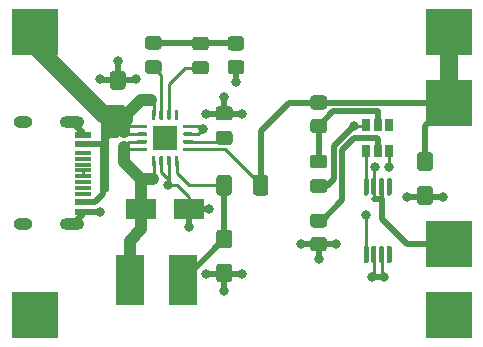
<source format=gbr>
%TF.GenerationSoftware,KiCad,Pcbnew,5.1.12-84ad8e8a86~92~ubuntu20.04.1*%
%TF.CreationDate,2023-02-19T01:27:16+01:00*%
%TF.ProjectId,tp5000_lifepo4_charger,74703530-3030-45f6-9c69-6665706f345f,rev?*%
%TF.SameCoordinates,Original*%
%TF.FileFunction,Copper,L1,Top*%
%TF.FilePolarity,Positive*%
%FSLAX46Y46*%
G04 Gerber Fmt 4.6, Leading zero omitted, Abs format (unit mm)*
G04 Created by KiCad (PCBNEW 5.1.12-84ad8e8a86~92~ubuntu20.04.1) date 2023-02-19 01:27:16*
%MOMM*%
%LPD*%
G01*
G04 APERTURE LIST*
%TA.AperFunction,SMDPad,CuDef*%
%ADD10R,2.500000X1.800000*%
%TD*%
%TA.AperFunction,ComponentPad*%
%ADD11R,4.000000X4.000000*%
%TD*%
%TA.AperFunction,SMDPad,CuDef*%
%ADD12R,2.400000X4.200000*%
%TD*%
%TA.AperFunction,ComponentPad*%
%ADD13O,1.600000X1.000000*%
%TD*%
%TA.AperFunction,ComponentPad*%
%ADD14O,2.100000X1.000000*%
%TD*%
%TA.AperFunction,SMDPad,CuDef*%
%ADD15R,1.450000X0.300000*%
%TD*%
%TA.AperFunction,SMDPad,CuDef*%
%ADD16R,1.450000X0.600000*%
%TD*%
%TA.AperFunction,SMDPad,CuDef*%
%ADD17R,2.100000X2.100000*%
%TD*%
%TA.AperFunction,SMDPad,CuDef*%
%ADD18R,0.650000X1.060000*%
%TD*%
%TA.AperFunction,ViaPad*%
%ADD19C,0.800000*%
%TD*%
%TA.AperFunction,Conductor*%
%ADD20C,1.500000*%
%TD*%
%TA.AperFunction,Conductor*%
%ADD21C,0.500000*%
%TD*%
%TA.AperFunction,Conductor*%
%ADD22C,1.000000*%
%TD*%
%TA.AperFunction,Conductor*%
%ADD23C,0.250000*%
%TD*%
%TA.AperFunction,Conductor*%
%ADD24C,0.254000*%
%TD*%
%TA.AperFunction,Conductor*%
%ADD25C,0.100000*%
%TD*%
G04 APERTURE END LIST*
%TO.P,C1,1*%
%TO.N,VIN*%
%TA.AperFunction,SMDPad,CuDef*%
G36*
G01*
X93425001Y-117787500D02*
X92574999Y-117787500D01*
G75*
G02*
X92325000Y-117537501I0J249999D01*
G01*
X92325000Y-116462499D01*
G75*
G02*
X92574999Y-116212500I249999J0D01*
G01*
X93425001Y-116212500D01*
G75*
G02*
X93675000Y-116462499I0J-249999D01*
G01*
X93675000Y-117537501D01*
G75*
G02*
X93425001Y-117787500I-249999J0D01*
G01*
G37*
%TD.AperFunction*%
%TO.P,C1,2*%
%TO.N,GND*%
%TA.AperFunction,SMDPad,CuDef*%
G36*
G01*
X93425001Y-114912500D02*
X92574999Y-114912500D01*
G75*
G02*
X92325000Y-114662501I0J249999D01*
G01*
X92325000Y-113587499D01*
G75*
G02*
X92574999Y-113337500I249999J0D01*
G01*
X93425001Y-113337500D01*
G75*
G02*
X93675000Y-113587499I0J-249999D01*
G01*
X93675000Y-114662501D01*
G75*
G02*
X93425001Y-114912500I-249999J0D01*
G01*
G37*
%TD.AperFunction*%
%TD*%
%TO.P,C2,1*%
%TO.N,Net-(C2-Pad1)*%
%TA.AperFunction,SMDPad,CuDef*%
G36*
G01*
X102475000Y-119587500D02*
X101525000Y-119587500D01*
G75*
G02*
X101275000Y-119337500I0J250000D01*
G01*
X101275000Y-118662500D01*
G75*
G02*
X101525000Y-118412500I250000J0D01*
G01*
X102475000Y-118412500D01*
G75*
G02*
X102725000Y-118662500I0J-250000D01*
G01*
X102725000Y-119337500D01*
G75*
G02*
X102475000Y-119587500I-250000J0D01*
G01*
G37*
%TD.AperFunction*%
%TO.P,C2,2*%
%TO.N,GND*%
%TA.AperFunction,SMDPad,CuDef*%
G36*
G01*
X102475000Y-117512500D02*
X101525000Y-117512500D01*
G75*
G02*
X101275000Y-117262500I0J250000D01*
G01*
X101275000Y-116587500D01*
G75*
G02*
X101525000Y-116337500I250000J0D01*
G01*
X102475000Y-116337500D01*
G75*
G02*
X102725000Y-116587500I0J-250000D01*
G01*
X102725000Y-117262500D01*
G75*
G02*
X102475000Y-117512500I-250000J0D01*
G01*
G37*
%TD.AperFunction*%
%TD*%
%TO.P,C3,2*%
%TO.N,GND*%
%TA.AperFunction,SMDPad,CuDef*%
G36*
G01*
X101574999Y-129650000D02*
X102425001Y-129650000D01*
G75*
G02*
X102675000Y-129899999I0J-249999D01*
G01*
X102675000Y-130975001D01*
G75*
G02*
X102425001Y-131225000I-249999J0D01*
G01*
X101574999Y-131225000D01*
G75*
G02*
X101325000Y-130975001I0J249999D01*
G01*
X101325000Y-129899999D01*
G75*
G02*
X101574999Y-129650000I249999J0D01*
G01*
G37*
%TD.AperFunction*%
%TO.P,C3,1*%
%TO.N,Net-(C3-Pad1)*%
%TA.AperFunction,SMDPad,CuDef*%
G36*
G01*
X101574999Y-126775000D02*
X102425001Y-126775000D01*
G75*
G02*
X102675000Y-127024999I0J-249999D01*
G01*
X102675000Y-128100001D01*
G75*
G02*
X102425001Y-128350000I-249999J0D01*
G01*
X101574999Y-128350000D01*
G75*
G02*
X101325000Y-128100001I0J249999D01*
G01*
X101325000Y-127024999D01*
G75*
G02*
X101574999Y-126775000I249999J0D01*
G01*
G37*
%TD.AperFunction*%
%TD*%
%TO.P,C4,2*%
%TO.N,B-*%
%TA.AperFunction,SMDPad,CuDef*%
G36*
G01*
X109525000Y-122487500D02*
X110475000Y-122487500D01*
G75*
G02*
X110725000Y-122737500I0J-250000D01*
G01*
X110725000Y-123412500D01*
G75*
G02*
X110475000Y-123662500I-250000J0D01*
G01*
X109525000Y-123662500D01*
G75*
G02*
X109275000Y-123412500I0J250000D01*
G01*
X109275000Y-122737500D01*
G75*
G02*
X109525000Y-122487500I250000J0D01*
G01*
G37*
%TD.AperFunction*%
%TO.P,C4,1*%
%TO.N,Net-(C4-Pad1)*%
%TA.AperFunction,SMDPad,CuDef*%
G36*
G01*
X109525000Y-120412500D02*
X110475000Y-120412500D01*
G75*
G02*
X110725000Y-120662500I0J-250000D01*
G01*
X110725000Y-121337500D01*
G75*
G02*
X110475000Y-121587500I-250000J0D01*
G01*
X109525000Y-121587500D01*
G75*
G02*
X109275000Y-121337500I0J250000D01*
G01*
X109275000Y-120662500D01*
G75*
G02*
X109525000Y-120412500I250000J0D01*
G01*
G37*
%TD.AperFunction*%
%TD*%
%TO.P,C5,1*%
%TO.N,B+*%
%TA.AperFunction,SMDPad,CuDef*%
G36*
G01*
X118574999Y-120212500D02*
X119425001Y-120212500D01*
G75*
G02*
X119675000Y-120462499I0J-249999D01*
G01*
X119675000Y-121537501D01*
G75*
G02*
X119425001Y-121787500I-249999J0D01*
G01*
X118574999Y-121787500D01*
G75*
G02*
X118325000Y-121537501I0J249999D01*
G01*
X118325000Y-120462499D01*
G75*
G02*
X118574999Y-120212500I249999J0D01*
G01*
G37*
%TD.AperFunction*%
%TO.P,C5,2*%
%TO.N,GND*%
%TA.AperFunction,SMDPad,CuDef*%
G36*
G01*
X118574999Y-123087500D02*
X119425001Y-123087500D01*
G75*
G02*
X119675000Y-123337499I0J-249999D01*
G01*
X119675000Y-124412501D01*
G75*
G02*
X119425001Y-124662500I-249999J0D01*
G01*
X118574999Y-124662500D01*
G75*
G02*
X118325000Y-124412501I0J249999D01*
G01*
X118325000Y-123337499D01*
G75*
G02*
X118574999Y-123087500I249999J0D01*
G01*
G37*
%TD.AperFunction*%
%TD*%
D10*
%TO.P,D1,1*%
%TO.N,Net-(D1-Pad1)*%
X95000000Y-125000000D03*
%TO.P,D1,2*%
%TO.N,GND*%
X99000000Y-125000000D03*
%TD*%
%TO.P,D2,2*%
%TO.N,Net-(D2-Pad2)*%
%TA.AperFunction,SMDPad,CuDef*%
G36*
G01*
X96450001Y-111525000D02*
X95549999Y-111525000D01*
G75*
G02*
X95300000Y-111275001I0J249999D01*
G01*
X95300000Y-110624999D01*
G75*
G02*
X95549999Y-110375000I249999J0D01*
G01*
X96450001Y-110375000D01*
G75*
G02*
X96700000Y-110624999I0J-249999D01*
G01*
X96700000Y-111275001D01*
G75*
G02*
X96450001Y-111525000I-249999J0D01*
G01*
G37*
%TD.AperFunction*%
%TO.P,D2,1*%
%TO.N,Net-(D2-Pad1)*%
%TA.AperFunction,SMDPad,CuDef*%
G36*
G01*
X96450001Y-113575000D02*
X95549999Y-113575000D01*
G75*
G02*
X95300000Y-113325001I0J249999D01*
G01*
X95300000Y-112674999D01*
G75*
G02*
X95549999Y-112425000I249999J0D01*
G01*
X96450001Y-112425000D01*
G75*
G02*
X96700000Y-112674999I0J-249999D01*
G01*
X96700000Y-113325001D01*
G75*
G02*
X96450001Y-113575000I-249999J0D01*
G01*
G37*
%TD.AperFunction*%
%TD*%
%TO.P,D3,1*%
%TO.N,Net-(D3-Pad1)*%
%TA.AperFunction,SMDPad,CuDef*%
G36*
G01*
X100450001Y-113625000D02*
X99549999Y-113625000D01*
G75*
G02*
X99300000Y-113375001I0J249999D01*
G01*
X99300000Y-112724999D01*
G75*
G02*
X99549999Y-112475000I249999J0D01*
G01*
X100450001Y-112475000D01*
G75*
G02*
X100700000Y-112724999I0J-249999D01*
G01*
X100700000Y-113375001D01*
G75*
G02*
X100450001Y-113625000I-249999J0D01*
G01*
G37*
%TD.AperFunction*%
%TO.P,D3,2*%
%TO.N,Net-(D2-Pad2)*%
%TA.AperFunction,SMDPad,CuDef*%
G36*
G01*
X100450001Y-111575000D02*
X99549999Y-111575000D01*
G75*
G02*
X99300000Y-111325001I0J249999D01*
G01*
X99300000Y-110674999D01*
G75*
G02*
X99549999Y-110425000I249999J0D01*
G01*
X100450001Y-110425000D01*
G75*
G02*
X100700000Y-110674999I0J-249999D01*
G01*
X100700000Y-111325001D01*
G75*
G02*
X100450001Y-111575000I-249999J0D01*
G01*
G37*
%TD.AperFunction*%
%TD*%
D11*
%TO.P,J1,1*%
%TO.N,VIN*%
X86000000Y-110000000D03*
%TD*%
%TO.P,J2,1*%
%TO.N,GND*%
X121000000Y-134000000D03*
%TD*%
%TO.P,J3,1*%
%TO.N,B+*%
X121000000Y-110000000D03*
%TD*%
%TO.P,J4,1*%
%TO.N,GND*%
X86000000Y-134000000D03*
%TD*%
%TO.P,J5,1*%
%TO.N,B+*%
X121000000Y-116000000D03*
%TD*%
%TO.P,J6,1*%
%TO.N,B-*%
X121000000Y-128000000D03*
%TD*%
D12*
%TO.P,L1,1*%
%TO.N,Net-(D1-Pad1)*%
X94000000Y-131000000D03*
%TO.P,L1,2*%
%TO.N,Net-(C3-Pad1)*%
X98500000Y-131000000D03*
%TD*%
D13*
%TO.P,P1,S1*%
%TO.N,GND*%
X84950000Y-126320000D03*
X84950000Y-117680000D03*
D14*
X89130000Y-117680000D03*
X89130000Y-126320000D03*
D15*
%TO.P,P1,A6*%
%TO.N,Net-(P1-PadA6)*%
X90045000Y-121750000D03*
%TO.P,P1,B5*%
%TO.N,Net-(P1-PadB5)*%
X90045000Y-123750000D03*
%TO.P,P1,A8*%
%TO.N,N/C*%
X90045000Y-123250000D03*
%TO.P,P1,B6*%
X90045000Y-122750000D03*
%TO.P,P1,A7*%
%TO.N,Net-(P1-PadA6)*%
X90045000Y-122250000D03*
%TO.P,P1,B7*%
%TO.N,N/C*%
X90045000Y-121250000D03*
%TO.P,P1,A5*%
%TO.N,Net-(P1-PadA5)*%
X90045000Y-120750000D03*
%TO.P,P1,B8*%
%TO.N,N/C*%
X90045000Y-120250000D03*
D16*
%TO.P,P1,A12*%
%TO.N,GND*%
X90045000Y-125250000D03*
%TO.P,P1,B4*%
%TO.N,VIN*%
X90045000Y-124450000D03*
%TO.P,P1,A4*%
X90045000Y-119550000D03*
%TO.P,P1,A1*%
%TO.N,GND*%
X90045000Y-118750000D03*
%TO.P,P1,B12*%
X90045000Y-118750000D03*
%TO.P,P1,B9*%
%TO.N,VIN*%
X90045000Y-119550000D03*
%TO.P,P1,A9*%
X90045000Y-124450000D03*
%TO.P,P1,B1*%
%TO.N,GND*%
X90045000Y-125250000D03*
%TD*%
%TO.P,R1,1*%
%TO.N,Net-(C3-Pad1)*%
%TA.AperFunction,SMDPad,CuDef*%
G36*
G01*
X101350000Y-123625000D02*
X101350000Y-122375000D01*
G75*
G02*
X101600000Y-122125000I250000J0D01*
G01*
X102400000Y-122125000D01*
G75*
G02*
X102650000Y-122375000I0J-250000D01*
G01*
X102650000Y-123625000D01*
G75*
G02*
X102400000Y-123875000I-250000J0D01*
G01*
X101600000Y-123875000D01*
G75*
G02*
X101350000Y-123625000I0J250000D01*
G01*
G37*
%TD.AperFunction*%
%TO.P,R1,2*%
%TO.N,B+*%
%TA.AperFunction,SMDPad,CuDef*%
G36*
G01*
X104450000Y-123625000D02*
X104450000Y-122375000D01*
G75*
G02*
X104700000Y-122125000I250000J0D01*
G01*
X105500000Y-122125000D01*
G75*
G02*
X105750000Y-122375000I0J-250000D01*
G01*
X105750000Y-123625000D01*
G75*
G02*
X105500000Y-123875000I-250000J0D01*
G01*
X104700000Y-123875000D01*
G75*
G02*
X104450000Y-123625000I0J250000D01*
G01*
G37*
%TD.AperFunction*%
%TD*%
%TO.P,R2,1*%
%TO.N,Net-(D2-Pad2)*%
%TA.AperFunction,SMDPad,CuDef*%
G36*
G01*
X102549999Y-110400000D02*
X103450001Y-110400000D01*
G75*
G02*
X103700000Y-110649999I0J-249999D01*
G01*
X103700000Y-111350001D01*
G75*
G02*
X103450001Y-111600000I-249999J0D01*
G01*
X102549999Y-111600000D01*
G75*
G02*
X102300000Y-111350001I0J249999D01*
G01*
X102300000Y-110649999D01*
G75*
G02*
X102549999Y-110400000I249999J0D01*
G01*
G37*
%TD.AperFunction*%
%TO.P,R2,2*%
%TO.N,GND*%
%TA.AperFunction,SMDPad,CuDef*%
G36*
G01*
X102549999Y-112400000D02*
X103450001Y-112400000D01*
G75*
G02*
X103700000Y-112649999I0J-249999D01*
G01*
X103700000Y-113350001D01*
G75*
G02*
X103450001Y-113600000I-249999J0D01*
G01*
X102549999Y-113600000D01*
G75*
G02*
X102300000Y-113350001I0J249999D01*
G01*
X102300000Y-112649999D01*
G75*
G02*
X102549999Y-112400000I249999J0D01*
G01*
G37*
%TD.AperFunction*%
%TD*%
%TO.P,R3,2*%
%TO.N,GND*%
%TA.AperFunction,SMDPad,CuDef*%
G36*
G01*
X109549999Y-127400000D02*
X110450001Y-127400000D01*
G75*
G02*
X110700000Y-127649999I0J-249999D01*
G01*
X110700000Y-128350001D01*
G75*
G02*
X110450001Y-128600000I-249999J0D01*
G01*
X109549999Y-128600000D01*
G75*
G02*
X109300000Y-128350001I0J249999D01*
G01*
X109300000Y-127649999D01*
G75*
G02*
X109549999Y-127400000I249999J0D01*
G01*
G37*
%TD.AperFunction*%
%TO.P,R3,1*%
%TO.N,Net-(R3-Pad1)*%
%TA.AperFunction,SMDPad,CuDef*%
G36*
G01*
X109549999Y-125400000D02*
X110450001Y-125400000D01*
G75*
G02*
X110700000Y-125649999I0J-249999D01*
G01*
X110700000Y-126350001D01*
G75*
G02*
X110450001Y-126600000I-249999J0D01*
G01*
X109549999Y-126600000D01*
G75*
G02*
X109300000Y-126350001I0J249999D01*
G01*
X109300000Y-125649999D01*
G75*
G02*
X109549999Y-125400000I249999J0D01*
G01*
G37*
%TD.AperFunction*%
%TD*%
%TO.P,R4,1*%
%TO.N,B+*%
%TA.AperFunction,SMDPad,CuDef*%
G36*
G01*
X109549999Y-115400000D02*
X110450001Y-115400000D01*
G75*
G02*
X110700000Y-115649999I0J-249999D01*
G01*
X110700000Y-116350001D01*
G75*
G02*
X110450001Y-116600000I-249999J0D01*
G01*
X109549999Y-116600000D01*
G75*
G02*
X109300000Y-116350001I0J249999D01*
G01*
X109300000Y-115649999D01*
G75*
G02*
X109549999Y-115400000I249999J0D01*
G01*
G37*
%TD.AperFunction*%
%TO.P,R4,2*%
%TO.N,Net-(C4-Pad1)*%
%TA.AperFunction,SMDPad,CuDef*%
G36*
G01*
X109549999Y-117400000D02*
X110450001Y-117400000D01*
G75*
G02*
X110700000Y-117649999I0J-249999D01*
G01*
X110700000Y-118350001D01*
G75*
G02*
X110450001Y-118600000I-249999J0D01*
G01*
X109549999Y-118600000D01*
G75*
G02*
X109300000Y-118350001I0J249999D01*
G01*
X109300000Y-117649999D01*
G75*
G02*
X109549999Y-117400000I249999J0D01*
G01*
G37*
%TD.AperFunction*%
%TD*%
%TO.P,U1,1*%
%TO.N,VIN*%
%TA.AperFunction,SMDPad,CuDef*%
G36*
G01*
X94625000Y-118100000D02*
X94625000Y-117950000D01*
G75*
G02*
X94700000Y-117875000I75000J0D01*
G01*
X95400000Y-117875000D01*
G75*
G02*
X95475000Y-117950000I0J-75000D01*
G01*
X95475000Y-118100000D01*
G75*
G02*
X95400000Y-118175000I-75000J0D01*
G01*
X94700000Y-118175000D01*
G75*
G02*
X94625000Y-118100000I0J75000D01*
G01*
G37*
%TD.AperFunction*%
%TO.P,U1,2*%
%TA.AperFunction,SMDPad,CuDef*%
G36*
G01*
X94625000Y-118750000D02*
X94625000Y-118600000D01*
G75*
G02*
X94700000Y-118525000I75000J0D01*
G01*
X95400000Y-118525000D01*
G75*
G02*
X95475000Y-118600000I0J-75000D01*
G01*
X95475000Y-118750000D01*
G75*
G02*
X95400000Y-118825000I-75000J0D01*
G01*
X94700000Y-118825000D01*
G75*
G02*
X94625000Y-118750000I0J75000D01*
G01*
G37*
%TD.AperFunction*%
%TO.P,U1,3*%
%TO.N,Net-(D1-Pad1)*%
%TA.AperFunction,SMDPad,CuDef*%
G36*
G01*
X94625000Y-119400000D02*
X94625000Y-119250000D01*
G75*
G02*
X94700000Y-119175000I75000J0D01*
G01*
X95400000Y-119175000D01*
G75*
G02*
X95475000Y-119250000I0J-75000D01*
G01*
X95475000Y-119400000D01*
G75*
G02*
X95400000Y-119475000I-75000J0D01*
G01*
X94700000Y-119475000D01*
G75*
G02*
X94625000Y-119400000I0J75000D01*
G01*
G37*
%TD.AperFunction*%
%TO.P,U1,4*%
%TA.AperFunction,SMDPad,CuDef*%
G36*
G01*
X94625000Y-120050000D02*
X94625000Y-119900000D01*
G75*
G02*
X94700000Y-119825000I75000J0D01*
G01*
X95400000Y-119825000D01*
G75*
G02*
X95475000Y-119900000I0J-75000D01*
G01*
X95475000Y-120050000D01*
G75*
G02*
X95400000Y-120125000I-75000J0D01*
G01*
X94700000Y-120125000D01*
G75*
G02*
X94625000Y-120050000I0J75000D01*
G01*
G37*
%TD.AperFunction*%
%TO.P,U1,5*%
%TA.AperFunction,SMDPad,CuDef*%
G36*
G01*
X95875000Y-121300000D02*
X95875000Y-120600000D01*
G75*
G02*
X95950000Y-120525000I75000J0D01*
G01*
X96100000Y-120525000D01*
G75*
G02*
X96175000Y-120600000I0J-75000D01*
G01*
X96175000Y-121300000D01*
G75*
G02*
X96100000Y-121375000I-75000J0D01*
G01*
X95950000Y-121375000D01*
G75*
G02*
X95875000Y-121300000I0J75000D01*
G01*
G37*
%TD.AperFunction*%
%TO.P,U1,6*%
%TO.N,GND*%
%TA.AperFunction,SMDPad,CuDef*%
G36*
G01*
X96525000Y-121300000D02*
X96525000Y-120600000D01*
G75*
G02*
X96600000Y-120525000I75000J0D01*
G01*
X96750000Y-120525000D01*
G75*
G02*
X96825000Y-120600000I0J-75000D01*
G01*
X96825000Y-121300000D01*
G75*
G02*
X96750000Y-121375000I-75000J0D01*
G01*
X96600000Y-121375000D01*
G75*
G02*
X96525000Y-121300000I0J75000D01*
G01*
G37*
%TD.AperFunction*%
%TO.P,U1,7*%
%TA.AperFunction,SMDPad,CuDef*%
G36*
G01*
X97175000Y-121300000D02*
X97175000Y-120600000D01*
G75*
G02*
X97250000Y-120525000I75000J0D01*
G01*
X97400000Y-120525000D01*
G75*
G02*
X97475000Y-120600000I0J-75000D01*
G01*
X97475000Y-121300000D01*
G75*
G02*
X97400000Y-121375000I-75000J0D01*
G01*
X97250000Y-121375000D01*
G75*
G02*
X97175000Y-121300000I0J75000D01*
G01*
G37*
%TD.AperFunction*%
%TO.P,U1,8*%
%TO.N,Net-(C3-Pad1)*%
%TA.AperFunction,SMDPad,CuDef*%
G36*
G01*
X97825000Y-121300000D02*
X97825000Y-120600000D01*
G75*
G02*
X97900000Y-120525000I75000J0D01*
G01*
X98050000Y-120525000D01*
G75*
G02*
X98125000Y-120600000I0J-75000D01*
G01*
X98125000Y-121300000D01*
G75*
G02*
X98050000Y-121375000I-75000J0D01*
G01*
X97900000Y-121375000D01*
G75*
G02*
X97825000Y-121300000I0J75000D01*
G01*
G37*
%TD.AperFunction*%
%TO.P,U1,9*%
%TO.N,B+*%
%TA.AperFunction,SMDPad,CuDef*%
G36*
G01*
X98525000Y-120050000D02*
X98525000Y-119900000D01*
G75*
G02*
X98600000Y-119825000I75000J0D01*
G01*
X99300000Y-119825000D01*
G75*
G02*
X99375000Y-119900000I0J-75000D01*
G01*
X99375000Y-120050000D01*
G75*
G02*
X99300000Y-120125000I-75000J0D01*
G01*
X98600000Y-120125000D01*
G75*
G02*
X98525000Y-120050000I0J75000D01*
G01*
G37*
%TD.AperFunction*%
%TO.P,U1,10*%
%TO.N,Net-(C2-Pad1)*%
%TA.AperFunction,SMDPad,CuDef*%
G36*
G01*
X98525000Y-119400000D02*
X98525000Y-119250000D01*
G75*
G02*
X98600000Y-119175000I75000J0D01*
G01*
X99300000Y-119175000D01*
G75*
G02*
X99375000Y-119250000I0J-75000D01*
G01*
X99375000Y-119400000D01*
G75*
G02*
X99300000Y-119475000I-75000J0D01*
G01*
X98600000Y-119475000D01*
G75*
G02*
X98525000Y-119400000I0J75000D01*
G01*
G37*
%TD.AperFunction*%
%TO.P,U1,11*%
%TO.N,GND*%
%TA.AperFunction,SMDPad,CuDef*%
G36*
G01*
X98525000Y-118750000D02*
X98525000Y-118600000D01*
G75*
G02*
X98600000Y-118525000I75000J0D01*
G01*
X99300000Y-118525000D01*
G75*
G02*
X99375000Y-118600000I0J-75000D01*
G01*
X99375000Y-118750000D01*
G75*
G02*
X99300000Y-118825000I-75000J0D01*
G01*
X98600000Y-118825000D01*
G75*
G02*
X98525000Y-118750000I0J75000D01*
G01*
G37*
%TD.AperFunction*%
%TO.P,U1,12*%
%TA.AperFunction,SMDPad,CuDef*%
G36*
G01*
X98525000Y-118100000D02*
X98525000Y-117950000D01*
G75*
G02*
X98600000Y-117875000I75000J0D01*
G01*
X99300000Y-117875000D01*
G75*
G02*
X99375000Y-117950000I0J-75000D01*
G01*
X99375000Y-118100000D01*
G75*
G02*
X99300000Y-118175000I-75000J0D01*
G01*
X98600000Y-118175000D01*
G75*
G02*
X98525000Y-118100000I0J75000D01*
G01*
G37*
%TD.AperFunction*%
%TO.P,U1,13*%
%TO.N,Net-(U1-Pad13)*%
%TA.AperFunction,SMDPad,CuDef*%
G36*
G01*
X97825000Y-117400000D02*
X97825000Y-116700000D01*
G75*
G02*
X97900000Y-116625000I75000J0D01*
G01*
X98050000Y-116625000D01*
G75*
G02*
X98125000Y-116700000I0J-75000D01*
G01*
X98125000Y-117400000D01*
G75*
G02*
X98050000Y-117475000I-75000J0D01*
G01*
X97900000Y-117475000D01*
G75*
G02*
X97825000Y-117400000I0J75000D01*
G01*
G37*
%TD.AperFunction*%
%TO.P,U1,14*%
%TO.N,Net-(D3-Pad1)*%
%TA.AperFunction,SMDPad,CuDef*%
G36*
G01*
X97175000Y-117400000D02*
X97175000Y-116700000D01*
G75*
G02*
X97250000Y-116625000I75000J0D01*
G01*
X97400000Y-116625000D01*
G75*
G02*
X97475000Y-116700000I0J-75000D01*
G01*
X97475000Y-117400000D01*
G75*
G02*
X97400000Y-117475000I-75000J0D01*
G01*
X97250000Y-117475000D01*
G75*
G02*
X97175000Y-117400000I0J75000D01*
G01*
G37*
%TD.AperFunction*%
%TO.P,U1,15*%
%TO.N,Net-(D2-Pad1)*%
%TA.AperFunction,SMDPad,CuDef*%
G36*
G01*
X96525000Y-117400000D02*
X96525000Y-116700000D01*
G75*
G02*
X96600000Y-116625000I75000J0D01*
G01*
X96750000Y-116625000D01*
G75*
G02*
X96825000Y-116700000I0J-75000D01*
G01*
X96825000Y-117400000D01*
G75*
G02*
X96750000Y-117475000I-75000J0D01*
G01*
X96600000Y-117475000D01*
G75*
G02*
X96525000Y-117400000I0J75000D01*
G01*
G37*
%TD.AperFunction*%
%TO.P,U1,16*%
%TO.N,VIN*%
%TA.AperFunction,SMDPad,CuDef*%
G36*
G01*
X95875000Y-117400000D02*
X95875000Y-116700000D01*
G75*
G02*
X95950000Y-116625000I75000J0D01*
G01*
X96100000Y-116625000D01*
G75*
G02*
X96175000Y-116700000I0J-75000D01*
G01*
X96175000Y-117400000D01*
G75*
G02*
X96100000Y-117475000I-75000J0D01*
G01*
X95950000Y-117475000D01*
G75*
G02*
X95875000Y-117400000I0J75000D01*
G01*
G37*
%TD.AperFunction*%
D17*
%TO.P,U1,17*%
%TO.N,N/C*%
X97000000Y-119000000D03*
%TD*%
D18*
%TO.P,U2,1*%
%TO.N,Net-(U2-Pad1)*%
X114050000Y-120100000D03*
%TO.P,U2,2*%
%TO.N,Net-(R3-Pad1)*%
X115000000Y-120100000D03*
%TO.P,U2,3*%
%TO.N,Net-(U2-Pad3)*%
X115950000Y-120100000D03*
%TO.P,U2,4*%
%TO.N,Net-(U2-Pad4)*%
X115950000Y-117900000D03*
%TO.P,U2,6*%
%TO.N,B-*%
X114050000Y-117900000D03*
%TO.P,U2,5*%
%TO.N,Net-(C4-Pad1)*%
X115000000Y-117900000D03*
%TD*%
%TO.P,U3,1*%
%TO.N,Net-(U3-Pad1)*%
%TA.AperFunction,SMDPad,CuDef*%
G36*
G01*
X115875000Y-122400000D02*
X116075000Y-122400000D01*
G75*
G02*
X116175000Y-122500000I0J-100000D01*
G01*
X116175000Y-123775000D01*
G75*
G02*
X116075000Y-123875000I-100000J0D01*
G01*
X115875000Y-123875000D01*
G75*
G02*
X115775000Y-123775000I0J100000D01*
G01*
X115775000Y-122500000D01*
G75*
G02*
X115875000Y-122400000I100000J0D01*
G01*
G37*
%TD.AperFunction*%
%TO.P,U3,2*%
%TO.N,B-*%
%TA.AperFunction,SMDPad,CuDef*%
G36*
G01*
X115225000Y-122400000D02*
X115425000Y-122400000D01*
G75*
G02*
X115525000Y-122500000I0J-100000D01*
G01*
X115525000Y-123775000D01*
G75*
G02*
X115425000Y-123875000I-100000J0D01*
G01*
X115225000Y-123875000D01*
G75*
G02*
X115125000Y-123775000I0J100000D01*
G01*
X115125000Y-122500000D01*
G75*
G02*
X115225000Y-122400000I100000J0D01*
G01*
G37*
%TD.AperFunction*%
%TO.P,U3,3*%
%TA.AperFunction,SMDPad,CuDef*%
G36*
G01*
X114575000Y-122400000D02*
X114775000Y-122400000D01*
G75*
G02*
X114875000Y-122500000I0J-100000D01*
G01*
X114875000Y-123775000D01*
G75*
G02*
X114775000Y-123875000I-100000J0D01*
G01*
X114575000Y-123875000D01*
G75*
G02*
X114475000Y-123775000I0J100000D01*
G01*
X114475000Y-122500000D01*
G75*
G02*
X114575000Y-122400000I100000J0D01*
G01*
G37*
%TD.AperFunction*%
%TO.P,U3,4*%
%TO.N,Net-(U2-Pad1)*%
%TA.AperFunction,SMDPad,CuDef*%
G36*
G01*
X113925000Y-122400000D02*
X114125000Y-122400000D01*
G75*
G02*
X114225000Y-122500000I0J-100000D01*
G01*
X114225000Y-123775000D01*
G75*
G02*
X114125000Y-123875000I-100000J0D01*
G01*
X113925000Y-123875000D01*
G75*
G02*
X113825000Y-123775000I0J100000D01*
G01*
X113825000Y-122500000D01*
G75*
G02*
X113925000Y-122400000I100000J0D01*
G01*
G37*
%TD.AperFunction*%
%TO.P,U3,5*%
%TO.N,Net-(U2-Pad3)*%
%TA.AperFunction,SMDPad,CuDef*%
G36*
G01*
X113925000Y-128125000D02*
X114125000Y-128125000D01*
G75*
G02*
X114225000Y-128225000I0J-100000D01*
G01*
X114225000Y-129500000D01*
G75*
G02*
X114125000Y-129600000I-100000J0D01*
G01*
X113925000Y-129600000D01*
G75*
G02*
X113825000Y-129500000I0J100000D01*
G01*
X113825000Y-128225000D01*
G75*
G02*
X113925000Y-128125000I100000J0D01*
G01*
G37*
%TD.AperFunction*%
%TO.P,U3,6*%
%TO.N,GND*%
%TA.AperFunction,SMDPad,CuDef*%
G36*
G01*
X114575000Y-128125000D02*
X114775000Y-128125000D01*
G75*
G02*
X114875000Y-128225000I0J-100000D01*
G01*
X114875000Y-129500000D01*
G75*
G02*
X114775000Y-129600000I-100000J0D01*
G01*
X114575000Y-129600000D01*
G75*
G02*
X114475000Y-129500000I0J100000D01*
G01*
X114475000Y-128225000D01*
G75*
G02*
X114575000Y-128125000I100000J0D01*
G01*
G37*
%TD.AperFunction*%
%TO.P,U3,7*%
%TA.AperFunction,SMDPad,CuDef*%
G36*
G01*
X115225000Y-128125000D02*
X115425000Y-128125000D01*
G75*
G02*
X115525000Y-128225000I0J-100000D01*
G01*
X115525000Y-129500000D01*
G75*
G02*
X115425000Y-129600000I-100000J0D01*
G01*
X115225000Y-129600000D01*
G75*
G02*
X115125000Y-129500000I0J100000D01*
G01*
X115125000Y-128225000D01*
G75*
G02*
X115225000Y-128125000I100000J0D01*
G01*
G37*
%TD.AperFunction*%
%TO.P,U3,8*%
%TO.N,Net-(U3-Pad8)*%
%TA.AperFunction,SMDPad,CuDef*%
G36*
G01*
X115875000Y-128125000D02*
X116075000Y-128125000D01*
G75*
G02*
X116175000Y-128225000I0J-100000D01*
G01*
X116175000Y-129500000D01*
G75*
G02*
X116075000Y-129600000I-100000J0D01*
G01*
X115875000Y-129600000D01*
G75*
G02*
X115775000Y-129500000I0J100000D01*
G01*
X115775000Y-128225000D01*
G75*
G02*
X115875000Y-128125000I100000J0D01*
G01*
G37*
%TD.AperFunction*%
%TD*%
D19*
%TO.N,GND*%
X100750000Y-125000000D03*
X99000000Y-126500000D03*
X97250000Y-123000000D03*
X100500000Y-117000000D03*
X100250000Y-118250000D03*
X102000000Y-115500000D03*
X103500000Y-117000000D03*
X93000000Y-112500000D03*
X91500000Y-114000000D03*
X94500000Y-114000000D03*
X91500000Y-125250000D03*
X103500000Y-130500000D03*
X102000000Y-132000000D03*
X100500000Y-130500000D03*
X108500000Y-128000000D03*
X110000000Y-129250000D03*
X111500000Y-128000000D03*
X114500000Y-130750000D03*
X115500000Y-130750000D03*
X117500000Y-124000000D03*
X120500000Y-124000000D03*
X103000000Y-114250000D03*
%TO.N,B-*%
X114775000Y-121500000D03*
X113000000Y-118000000D03*
%TO.N,Net-(U2-Pad3)*%
X114000000Y-125500000D03*
X116000000Y-121500000D03*
%TD*%
D20*
%TO.N,VIN*%
X93000000Y-117000000D02*
X91750000Y-117000000D01*
X86000000Y-111250000D02*
X86000000Y-110000000D01*
D21*
X91270000Y-119550000D02*
X91320000Y-119500000D01*
X90045000Y-119550000D02*
X91270000Y-119550000D01*
X91750000Y-123730002D02*
X91750000Y-119500000D01*
X91030002Y-124450000D02*
X91750000Y-123730002D01*
X90045000Y-124450000D02*
X91030002Y-124450000D01*
X91320000Y-119500000D02*
X91750000Y-119500000D01*
D20*
X91750000Y-117000000D02*
X91000000Y-116250000D01*
X91000000Y-116250000D02*
X86000000Y-111250000D01*
D22*
X93000000Y-117000000D02*
X93750000Y-117000000D01*
X93750000Y-117000000D02*
X95000000Y-115750000D01*
X95000000Y-115750000D02*
X95849990Y-115750000D01*
X93750000Y-117000000D02*
X93750000Y-117500000D01*
X93750000Y-117500000D02*
X93500000Y-117750000D01*
X93500000Y-117750000D02*
X93500000Y-118500000D01*
D23*
X96025000Y-115925010D02*
X95849990Y-115750000D01*
X96025000Y-117050000D02*
X96025000Y-115925010D01*
X93775000Y-118025000D02*
X93500000Y-117750000D01*
X95050000Y-118025000D02*
X93775000Y-118025000D01*
X93675000Y-118675000D02*
X93500000Y-118500000D01*
X95050000Y-118675000D02*
X93675000Y-118675000D01*
D22*
X93000000Y-117000000D02*
X93000000Y-117250000D01*
X93000000Y-117250000D02*
X92250000Y-118000000D01*
X93000000Y-117000000D02*
X93000000Y-118250000D01*
D21*
%TO.N,GND*%
X90045000Y-118595000D02*
X89130000Y-117680000D01*
X90045000Y-118750000D02*
X90045000Y-118595000D01*
X90045000Y-125405000D02*
X89130000Y-126320000D01*
X90045000Y-125250000D02*
X90045000Y-125405000D01*
D23*
X96675000Y-120950000D02*
X96675000Y-121925000D01*
X97250000Y-122500000D02*
X97250000Y-123000000D01*
X96675000Y-121925000D02*
X97250000Y-122500000D01*
X97250000Y-123000000D02*
X98000000Y-123000000D01*
X99000000Y-124000000D02*
X99000000Y-125000000D01*
X98000000Y-123000000D02*
X99000000Y-124000000D01*
D21*
X100750000Y-125000000D02*
X99000000Y-125000000D01*
X99000000Y-126500000D02*
X99000000Y-125000000D01*
X91500000Y-125250000D02*
X90045000Y-125250000D01*
X102062500Y-130500000D02*
X102000000Y-130437500D01*
X103500000Y-130500000D02*
X102062500Y-130500000D01*
X101937500Y-130500000D02*
X102000000Y-130437500D01*
X100500000Y-130500000D02*
X101937500Y-130500000D01*
X102000000Y-132000000D02*
X102000000Y-130437500D01*
X108500000Y-128000000D02*
X110000000Y-128000000D01*
X110000000Y-129250000D02*
X110000000Y-128000000D01*
X111500000Y-128000000D02*
X110000000Y-128000000D01*
X114500000Y-130750000D02*
X115500000Y-130750000D01*
D23*
X114675000Y-130575000D02*
X114500000Y-130750000D01*
X114675000Y-128862500D02*
X114675000Y-130575000D01*
X115325000Y-130575000D02*
X115500000Y-130750000D01*
X115325000Y-128862500D02*
X115325000Y-130575000D01*
D21*
X118875000Y-124000000D02*
X119000000Y-123875000D01*
X117500000Y-124000000D02*
X118875000Y-124000000D01*
X119125000Y-124000000D02*
X119000000Y-123875000D01*
X120500000Y-124000000D02*
X119125000Y-124000000D01*
D23*
X100025000Y-118025000D02*
X100250000Y-118250000D01*
X98950000Y-118025000D02*
X100025000Y-118025000D01*
X99825000Y-118675000D02*
X100250000Y-118250000D01*
X98950000Y-118675000D02*
X99825000Y-118675000D01*
D21*
X101925000Y-117000000D02*
X102000000Y-116925000D01*
X100500000Y-117000000D02*
X101925000Y-117000000D01*
X102000000Y-115500000D02*
X102000000Y-116925000D01*
X102075000Y-117000000D02*
X102000000Y-116925000D01*
X103500000Y-117000000D02*
X102075000Y-117000000D01*
X103000000Y-114250000D02*
X103000000Y-113000000D01*
X91625000Y-114125000D02*
X91500000Y-114000000D01*
X93000000Y-114125000D02*
X91625000Y-114125000D01*
X93000000Y-114125000D02*
X93000000Y-112500000D01*
X94375000Y-114125000D02*
X94500000Y-114000000D01*
X93000000Y-114125000D02*
X94375000Y-114125000D01*
D23*
X97325000Y-122925000D02*
X97250000Y-123000000D01*
X97325000Y-120950000D02*
X97325000Y-122925000D01*
%TO.N,Net-(C2-Pad1)*%
X101675000Y-119325000D02*
X102000000Y-119000000D01*
X98950000Y-119325000D02*
X101675000Y-119325000D01*
D21*
%TO.N,Net-(C3-Pad1)*%
X98562500Y-131000000D02*
X102000000Y-127562500D01*
X98500000Y-131000000D02*
X98562500Y-131000000D01*
X102000000Y-127562500D02*
X102000000Y-123000000D01*
D23*
X97975000Y-120950000D02*
X97975000Y-121975000D01*
X99000000Y-123000000D02*
X102000000Y-123000000D01*
X97975000Y-121975000D02*
X99000000Y-123000000D01*
%TO.N,B-*%
X114675000Y-123137500D02*
X114675000Y-124175000D01*
X115325000Y-123137500D02*
X115325000Y-124175000D01*
D21*
X114675000Y-124175000D02*
X115325000Y-124175000D01*
X115325000Y-124175000D02*
X115325000Y-125825000D01*
X117500000Y-128000000D02*
X121000000Y-128000000D01*
X115325000Y-125825000D02*
X117500000Y-128000000D01*
D23*
X114675000Y-121600000D02*
X114775000Y-121500000D01*
X114675000Y-123137500D02*
X114675000Y-121600000D01*
X113950000Y-118000000D02*
X114050000Y-117900000D01*
X113000000Y-118000000D02*
X113950000Y-118000000D01*
D21*
X111299990Y-119700010D02*
X113000000Y-118000000D01*
X111299990Y-122500010D02*
X111299990Y-119700010D01*
X110725000Y-123075000D02*
X111299990Y-122500010D01*
X110000000Y-123075000D02*
X110725000Y-123075000D01*
%TO.N,Net-(C4-Pad1)*%
X115000000Y-117900000D02*
X115000000Y-116750000D01*
X111250000Y-116750000D02*
X110000000Y-118000000D01*
X115000000Y-116750000D02*
X111250000Y-116750000D01*
X110000000Y-118000000D02*
X110000000Y-121000000D01*
D23*
%TO.N,B+*%
X102075000Y-119975000D02*
X105100000Y-123000000D01*
X98950000Y-119975000D02*
X102075000Y-119975000D01*
D21*
X119000000Y-118000000D02*
X121000000Y-116000000D01*
X119000000Y-121000000D02*
X119000000Y-118000000D01*
D20*
X121000000Y-116000000D02*
X121000000Y-110000000D01*
D21*
X105100000Y-123000000D02*
X105100000Y-118400000D01*
X105100000Y-118400000D02*
X107500000Y-116000000D01*
X107500000Y-116000000D02*
X110000000Y-116000000D01*
X110000000Y-116000000D02*
X121000000Y-116000000D01*
D22*
%TO.N,Net-(D1-Pad1)*%
X95000000Y-125000000D02*
X95000000Y-126750000D01*
X94000000Y-127750000D02*
X94000000Y-131000000D01*
X95000000Y-126750000D02*
X94000000Y-127750000D01*
X95000000Y-122500000D02*
X96000000Y-122500000D01*
X95000000Y-125000000D02*
X95000000Y-122500000D01*
D23*
X93925000Y-119325000D02*
X93500000Y-119750000D01*
X95050000Y-119325000D02*
X93925000Y-119325000D01*
X93725000Y-119975000D02*
X93500000Y-119750000D01*
X95050000Y-119975000D02*
X93725000Y-119975000D01*
X96025000Y-122475000D02*
X96000000Y-122500000D01*
X96025000Y-120950000D02*
X96025000Y-122475000D01*
D22*
X93500000Y-121000000D02*
X93500000Y-119750000D01*
X95000000Y-122500000D02*
X93500000Y-121000000D01*
D21*
%TO.N,Net-(D2-Pad2)*%
X96000000Y-110950000D02*
X102950000Y-110950000D01*
X102950000Y-110950000D02*
X103000000Y-111000000D01*
D23*
%TO.N,Net-(D2-Pad1)*%
X96675000Y-113675000D02*
X96000000Y-113000000D01*
X96675000Y-117050000D02*
X96675000Y-113675000D01*
%TO.N,Net-(D3-Pad1)*%
X97325000Y-114425000D02*
X98700000Y-113050000D01*
X97325000Y-117050000D02*
X97325000Y-114425000D01*
X98700000Y-113050000D02*
X100000000Y-113050000D01*
%TO.N,Net-(P1-PadA6)*%
X90045000Y-121750000D02*
X90045000Y-122250000D01*
D21*
%TO.N,Net-(R3-Pad1)*%
X110000000Y-126000000D02*
X110250000Y-126000000D01*
X110250000Y-126000000D02*
X112000000Y-124250000D01*
X112000000Y-124250000D02*
X112000000Y-120000000D01*
X112000000Y-120000000D02*
X113000000Y-119000000D01*
X115000000Y-119070000D02*
X115000000Y-120100000D01*
X114930000Y-119000000D02*
X115000000Y-119070000D01*
X113000000Y-119000000D02*
X114930000Y-119000000D01*
D23*
%TO.N,Net-(U2-Pad1)*%
X114050000Y-123112500D02*
X114025000Y-123137500D01*
X114050000Y-120100000D02*
X114050000Y-123112500D01*
%TO.N,Net-(U2-Pad3)*%
X114025000Y-125525000D02*
X114000000Y-125500000D01*
X114025000Y-128862500D02*
X114025000Y-125525000D01*
X116000000Y-120150000D02*
X115950000Y-120100000D01*
X116000000Y-121500000D02*
X116000000Y-120150000D01*
%TD*%
D24*
%TO.N,VIN*%
X91690000Y-116714250D02*
X91848750Y-116873000D01*
X92873000Y-116873000D01*
X92873000Y-116853000D01*
X93127000Y-116853000D01*
X93127000Y-116873000D01*
X93147000Y-116873000D01*
X93147000Y-117127000D01*
X93127000Y-117127000D01*
X93127000Y-118263750D01*
X93285750Y-118422500D01*
X93675000Y-118425572D01*
X93799482Y-118413312D01*
X93873000Y-118391011D01*
X93873000Y-118566445D01*
X93776014Y-118575997D01*
X93632753Y-118619454D01*
X93627809Y-118622097D01*
X93500000Y-118609509D01*
X93277502Y-118631423D01*
X93063554Y-118696324D01*
X92866378Y-118801716D01*
X92779518Y-118873000D01*
X92250000Y-118873000D01*
X92225224Y-118875440D01*
X92201399Y-118882667D01*
X92179443Y-118894403D01*
X92160197Y-118910197D01*
X92144403Y-118929443D01*
X92132667Y-118951399D01*
X92125440Y-118975224D01*
X92123000Y-119000000D01*
X92123000Y-123373000D01*
X91627000Y-123373000D01*
X91627000Y-117787500D01*
X91686928Y-117787500D01*
X91699188Y-117911982D01*
X91735498Y-118031680D01*
X91794463Y-118141994D01*
X91873815Y-118238685D01*
X91970506Y-118318037D01*
X92080820Y-118377002D01*
X92200518Y-118413312D01*
X92325000Y-118425572D01*
X92714250Y-118422500D01*
X92873000Y-118263750D01*
X92873000Y-117127000D01*
X91848750Y-117127000D01*
X91690000Y-117285750D01*
X91686928Y-117787500D01*
X91627000Y-117787500D01*
X91627000Y-116377000D01*
X91687935Y-116377000D01*
X91690000Y-116714250D01*
%TA.AperFunction,Conductor*%
D25*
G36*
X91690000Y-116714250D02*
G01*
X91848750Y-116873000D01*
X92873000Y-116873000D01*
X92873000Y-116853000D01*
X93127000Y-116853000D01*
X93127000Y-116873000D01*
X93147000Y-116873000D01*
X93147000Y-117127000D01*
X93127000Y-117127000D01*
X93127000Y-118263750D01*
X93285750Y-118422500D01*
X93675000Y-118425572D01*
X93799482Y-118413312D01*
X93873000Y-118391011D01*
X93873000Y-118566445D01*
X93776014Y-118575997D01*
X93632753Y-118619454D01*
X93627809Y-118622097D01*
X93500000Y-118609509D01*
X93277502Y-118631423D01*
X93063554Y-118696324D01*
X92866378Y-118801716D01*
X92779518Y-118873000D01*
X92250000Y-118873000D01*
X92225224Y-118875440D01*
X92201399Y-118882667D01*
X92179443Y-118894403D01*
X92160197Y-118910197D01*
X92144403Y-118929443D01*
X92132667Y-118951399D01*
X92125440Y-118975224D01*
X92123000Y-119000000D01*
X92123000Y-123373000D01*
X91627000Y-123373000D01*
X91627000Y-117787500D01*
X91686928Y-117787500D01*
X91699188Y-117911982D01*
X91735498Y-118031680D01*
X91794463Y-118141994D01*
X91873815Y-118238685D01*
X91970506Y-118318037D01*
X92080820Y-118377002D01*
X92200518Y-118413312D01*
X92325000Y-118425572D01*
X92714250Y-118422500D01*
X92873000Y-118263750D01*
X92873000Y-117127000D01*
X91848750Y-117127000D01*
X91690000Y-117285750D01*
X91686928Y-117787500D01*
X91627000Y-117787500D01*
X91627000Y-116377000D01*
X91687935Y-116377000D01*
X91690000Y-116714250D01*
G37*
%TD.AperFunction*%
%TD*%
M02*

</source>
